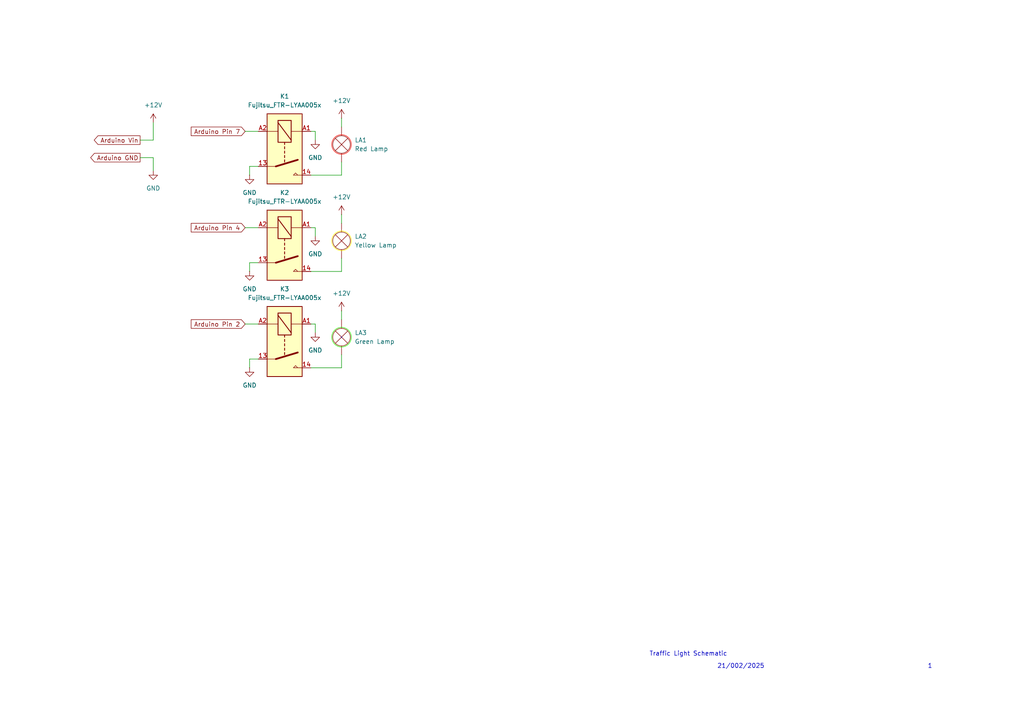
<source format=kicad_sch>
(kicad_sch (version 20231120) (generator "eeschema") (generator_version "8.0")
  (paper "A4")
  (lib_symbols
    (symbol "Device:Lamp" (pin_numbers hide) (pin_names (offset 0.0254) hide)
      (property "Reference" "LA" (at 0.635 3.81 0))
      (property "Value" "Lamp" (at 0.635 -3.81 0))
      (symbol "Lamp_0_1"
        (polyline (pts (xy -1.778 1.778) (xy 1.778 -1.778)))
        (polyline (pts (xy 1.778 1.778) (xy -1.778 -1.778)))
        (circle (center 0 0) (radius 2.54))
      )
      (symbol "Lamp_1_1"
        (pin passive line (at 0 -5.08 90) (length 2.54) (name "-") (number "1"))
        (pin passive line (at 0 5.08 270) (length 2.54) (name "+") (number "2"))
      )
    )
    (symbol "Relay:Fujitsu_FTR-LYAA005x"
      (property "Reference" "K" (at 11.43 3.81 0))
      (property "Value" "Fujitsu_FTR-LYAA005x" (at 11.43 1.27 0))
      (symbol "Fujitsu_FTR-LYAA005x_0_0"
        (polyline (pts (xy 7.62 5.08) (xy 7.62 2.54) (xy 6.985 3.175) (xy 7.62 3.81)))
      )
      (symbol "Fujitsu_FTR-LYAA005x_0_1"
        (rectangle (start -10.16 5.08) (end 10.16 -5.08) (stroke (width 0.254)) (fill (type background)))
        (rectangle (start -8.255 1.905) (end -1.905 -1.905) (stroke (width 0.254)))
        (polyline (pts (xy -7.62 -1.905) (xy -2.54 1.905)) (stroke (width 0.254)))
        (polyline (pts (xy -5.08 -5.08) (xy -5.08 -1.905)))
        (polyline (pts (xy -5.08 5.08) (xy -5.08 1.905)))
        (polyline (pts (xy -1.905 0) (xy -1.27 0)) (stroke (width 0.254)))
        (polyline (pts (xy -0.635 0) (xy 0 0)) (stroke (width 0.254)))
        (polyline (pts (xy 0.635 0) (xy 1.27 0)) (stroke (width 0.254)))
        (polyline (pts (xy 1.905 0) (xy 2.54 0)) (stroke (width 0.254)))
        (polyline (pts (xy 3.175 0) (xy 3.81 0)) (stroke (width 0.254)))
        (polyline (pts (xy 5.08 -2.54) (xy 3.175 3.81)) (stroke (width 0.508)))
        (polyline (pts (xy 5.08 -2.54) (xy 5.08 -5.08)))
      )
      (symbol "Fujitsu_FTR-LYAA005x_1_1"
        (pin passive line (at 5.08 -7.62 90) (length 2.54) (name "~") (number "13"))
        (pin passive line (at 7.62 7.62 270) (length 2.54) (name "~") (number "14"))
        (pin passive line (at -5.08 7.62 270) (length 2.54) (name "~") (number "A1"))
        (pin passive line (at -5.08 -7.62 90) (length 2.54) (name "~") (number "A2"))
      )
    )
    (symbol "power:+12V" (power) (pin_numbers hide) (pin_names (offset 0) hide)
      (property "Value" "+12V" (at 0 3.556 0))
      (symbol "+12V_0_1"
        (polyline (pts (xy -0.762 1.27) (xy 0 2.54)))
        (polyline (pts (xy 0 0) (xy 0 2.54)))
        (polyline (pts (xy 0 2.54) (xy 0.762 1.27)))
      )
      (symbol "+12V_1_1"
        (pin power_in line (at 0 0 90) (length 0) (name "~") (number "1"))
      )
    )
    (symbol "power:GND" (power) (pin_numbers hide) (pin_names (offset 0) hide)
      (property "Value" "GND" (at 0 -3.81 0))
      (symbol "GND_0_1"
        (polyline (pts (xy 0 0) (xy 0 -1.27) (xy 1.27 -1.27) (xy 0 -2.54) (xy -1.27 -1.27) (xy 0 -1.27)))
      )
      (symbol "GND_1_1"
        (pin power_in line (at 0 0 270) (length 0) (name "~") (number "1"))
      )
    )
  )
  (wire (pts (xy 99.06 106.68) (xy 99.06 102.87)))
  (wire (pts (xy 99.06 50.8) (xy 99.06 46.99)))
  (wire (pts (xy 71.12 38.1) (xy 74.93 38.1)))
  (wire (pts (xy 91.44 93.98) (xy 91.44 96.52)))
  (wire (pts (xy 40.64 45.72) (xy 44.45 45.72)))
  (wire (pts (xy 72.39 48.26) (xy 74.93 48.26)))
  (wire (pts (xy 99.06 62.23) (xy 99.06 64.77)))
  (wire (pts (xy 91.44 38.1) (xy 91.44 40.64)))
  (wire (pts (xy 44.45 45.72) (xy 44.45 49.53)))
  (wire (pts (xy 71.12 93.98) (xy 74.93 93.98)))
  (wire (pts (xy 99.06 78.74) (xy 99.06 74.93)))
  (wire (pts (xy 90.17 66.04) (xy 91.44 66.04)))
  (wire (pts (xy 90.17 50.8) (xy 99.06 50.8)))
  (wire (pts (xy 44.45 35.56) (xy 44.45 40.64)))
  (wire (pts (xy 44.45 40.64) (xy 40.64 40.64)))
  (wire (pts (xy 72.39 76.2) (xy 74.93 76.2)))
  (wire (pts (xy 72.39 106.68) (xy 72.39 104.14)))
  (wire (pts (xy 72.39 104.14) (xy 74.93 104.14)))
  (wire (pts (xy 91.44 66.04) (xy 91.44 68.58)))
  (wire (pts (xy 90.17 78.74) (xy 99.06 78.74)))
  (wire (pts (xy 90.17 38.1) (xy 91.44 38.1)))
  (wire (pts (xy 99.06 90.17) (xy 99.06 92.71)))
  (wire (pts (xy 72.39 50.8) (xy 72.39 48.26)))
  (wire (pts (xy 72.39 78.74) (xy 72.39 76.2)))
  (wire (pts (xy 71.12 66.04) (xy 74.93 66.04)))
  (wire (pts (xy 90.17 93.98) (xy 91.44 93.98)))
  (wire (pts (xy 90.17 106.68) (xy 99.06 106.68)))
  (wire (pts (xy 99.06 34.29) (xy 99.06 36.83)))
  (circle (center 99.06 69.85) (radius 2.8398) (stroke (width 0) (color 255 248 0 1)))
  (circle (center 99.06 41.91) (radius 2.8398) (stroke (width 0) (color 255 12 3 1)))
  (circle (center 99.06 97.79) (radius 0.0001))
  (circle (center 99.06 97.79) (radius 2.8398) (stroke (width 0) (color 36 255 0 1)))
  (text "Traffic Light Schematic" (at 199.644 189.738 0) (effects (font (size 1.27 1.27))))
  (text "21/002/2025" (at 214.884 193.294 0) (effects (font (size 1.27 1.27))))
  (text "1" (at 269.748 193.294 0) (effects (font (size 1.27 1.27))))
  (global_label "Arduino Pin 4" (shape input) (at 71.12 66.04 180) (property "Intersheetrefs" "${INTERSHEET_REFS}" (effects (hide yes))))
  (global_label "Arduino Pin 2" (shape input) (at 71.12 93.98 180) (property "Intersheetrefs" "${INTERSHEET_REFS}" (effects (hide yes))))
  (global_label "Arduino Vin" (shape output) (at 40.64 40.64 180) (property "Intersheetrefs" "${INTERSHEET_REFS}" (effects (hide yes))))
  (global_label "Arduino GND" (shape output) (at 40.64 45.72 180) (property "Intersheetrefs" "${INTERSHEET_REFS}" (effects (hide yes))))
  (global_label "Arduino Pin 7" (shape input) (at 71.12 38.1 180) (property "Intersheetrefs" "${INTERSHEET_REFS}" (effects (hide yes))))
  (symbol (lib_id "power:GND") (at 91.44 96.52 0) (unit 1)
    (property "Reference" "#PWR06" (effects (hide yes)))
    (property "Value" "GND" (at 91.44 101.6 0))
    (property "Description" "Power symbol creates a global label with name \"GND\" , ground" (effects (hide yes)))
  )
  (symbol (lib_id "power:+12V") (at 99.06 34.29 0) (unit 1)
    (property "Reference" "#PWR07" (effects (hide yes)))
    (property "Value" "+12V" (at 99.06 29.21 0))
    (property "Description" "Power symbol creates a global label with name \"+12V\"" (effects (hide yes)))
  )
  (symbol (lib_id "Relay:Fujitsu_FTR-LYAA005x") (at 82.55 99.06 270) (unit 1)
    (property "Reference" "K3" (at 82.55 83.82 90))
    (property "Value" "Fujitsu_FTR-LYAA005x" (at 82.55 86.36 90))
    (property "Footprint" "Relay_THT:Relay_SPST-NO_Fujitsu_FTR-LYAA005x_FormA_Vertical" (effects (hide yes)))
    (property "Datasheet" "https://www.fujitsu.com/sg/imagesgig5/ftr-ly.pdf" (effects (hide yes)))
    (property "Description" "Relay, SPST Form A, vertical mount, 5-60V coil, 6A, 250VAC, 28 x 5 x 15mm" (effects (hide yes)))
  )
  (symbol (lib_id "Device:Lamp") (at 99.06 69.85 0) (unit 1)
    (property "Reference" "LA2" (at 102.87 68.5799 0) (effects (justify left)))
    (property "Value" "Yellow Lamp" (at 102.87 71.1199 0) (effects (justify left)))
    (property "Description" "Lamp" (effects (hide yes)))
  )
  (symbol (lib_id "power:GND") (at 91.44 68.58 0) (unit 1)
    (property "Reference" "#PWR05" (effects (hide yes)))
    (property "Value" "GND" (at 91.44 73.66 0))
    (property "Description" "Power symbol creates a global label with name \"GND\" , ground" (effects (hide yes)))
  )
  (symbol (lib_id "power:GND") (at 72.39 78.74 0) (unit 1)
    (property "Reference" "#PWR02" (effects (hide yes)))
    (property "Value" "GND" (at 72.39 83.82 0))
    (property "Description" "Power symbol creates a global label with name \"GND\" , ground" (effects (hide yes)))
  )
  (symbol (lib_id "Device:Lamp") (at 99.06 41.91 0) (unit 1)
    (property "Reference" "LA1" (at 102.87 40.6399 0) (effects (justify left)))
    (property "Value" "Red Lamp" (at 102.87 43.1799 0) (effects (justify left)))
    (property "Description" "Lamp" (effects (hide yes)))
  )
  (symbol (lib_id "power:+12V") (at 99.06 62.23 0) (unit 1)
    (property "Reference" "#PWR08" (effects (hide yes)))
    (property "Value" "+12V" (at 99.06 57.15 0))
    (property "Description" "Power symbol creates a global label with name \"+12V\"" (effects (hide yes)))
  )
  (symbol (lib_id "power:GND") (at 72.39 106.68 0) (unit 1)
    (property "Reference" "#PWR01" (effects (hide yes)))
    (property "Value" "GND" (at 72.39 111.76 0))
    (property "Description" "Power symbol creates a global label with name \"GND\" , ground" (effects (hide yes)))
  )
  (symbol (lib_id "power:+12V") (at 44.45 35.56 0) (unit 1)
    (property "Reference" "#PWR010" (effects (hide yes)))
    (property "Value" "+12V" (at 44.45 30.48 0))
    (property "Description" "Power symbol creates a global label with name \"+12V\"" (effects (hide yes)))
  )
  (symbol (lib_id "Device:Lamp") (at 99.06 97.79 0) (unit 1)
    (property "Reference" "LA3" (at 102.87 96.5199 0) (effects (justify left)))
    (property "Value" "Green Lamp" (at 102.87 99.0599 0) (effects (justify left)))
    (property "Description" "Lamp" (effects (hide yes)))
  )
  (symbol (lib_id "power:GND") (at 91.44 40.64 0) (unit 1)
    (property "Reference" "#PWR04" (effects (hide yes)))
    (property "Value" "GND" (at 91.44 45.72 0))
    (property "Description" "Power symbol creates a global label with name \"GND\" , ground" (effects (hide yes)))
  )
  (symbol (lib_id "power:GND") (at 44.45 49.53 0) (unit 1)
    (property "Reference" "#PWR011" (effects (hide yes)))
    (property "Value" "GND" (at 44.45 54.61 0))
    (property "Description" "Power symbol creates a global label with name \"GND\" , ground" (effects (hide yes)))
  )
  (symbol (lib_id "Relay:Fujitsu_FTR-LYAA005x") (at 82.55 43.18 270) (unit 1)
    (property "Reference" "K1" (at 82.55 27.94 90))
    (property "Value" "Fujitsu_FTR-LYAA005x" (at 82.55 30.48 90))
    (property "Footprint" "Relay_THT:Relay_SPST-NO_Fujitsu_FTR-LYAA005x_FormA_Vertical" (effects (hide yes)))
    (property "Datasheet" "https://www.fujitsu.com/sg/imagesgig5/ftr-ly.pdf" (effects (hide yes)))
    (property "Description" "Relay, SPST Form A, vertical mount, 5-60V coil, 6A, 250VAC, 28 x 5 x 15mm" (effects (hide yes)))
  )
  (symbol (lib_id "power:GND") (at 72.39 50.8 0) (unit 1)
    (property "Reference" "#PWR03" (effects (hide yes)))
    (property "Value" "GND" (at 72.39 55.88 0))
    (property "Description" "Power symbol creates a global label with name \"GND\" , ground" (effects (hide yes)))
  )
  (symbol (lib_id "Relay:Fujitsu_FTR-LYAA005x") (at 82.55 71.12 270) (unit 1)
    (property "Reference" "K2" (at 82.55 55.88 90))
    (property "Value" "Fujitsu_FTR-LYAA005x" (at 82.55 58.42 90))
    (property "Footprint" "Relay_THT:Relay_SPST-NO_Fujitsu_FTR-LYAA005x_FormA_Vertical" (effects (hide yes)))
    (property "Datasheet" "https://www.fujitsu.com/sg/imagesgig5/ftr-ly.pdf" (effects (hide yes)))
    (property "Description" "Relay, SPST Form A, vertical mount, 5-60V coil, 6A, 250VAC, 28 x 5 x 15mm" (effects (hide yes)))
  )
  (symbol (lib_id "power:+12V") (at 99.06 90.17 0) (unit 1)
    (property "Reference" "#PWR09" (effects (hide yes)))
    (property "Value" "+12V" (at 99.06 85.09 0))
    (property "Description" "Power symbol creates a global label with name \"+12V\"" (effects (hide yes)))
  )
)
</source>
